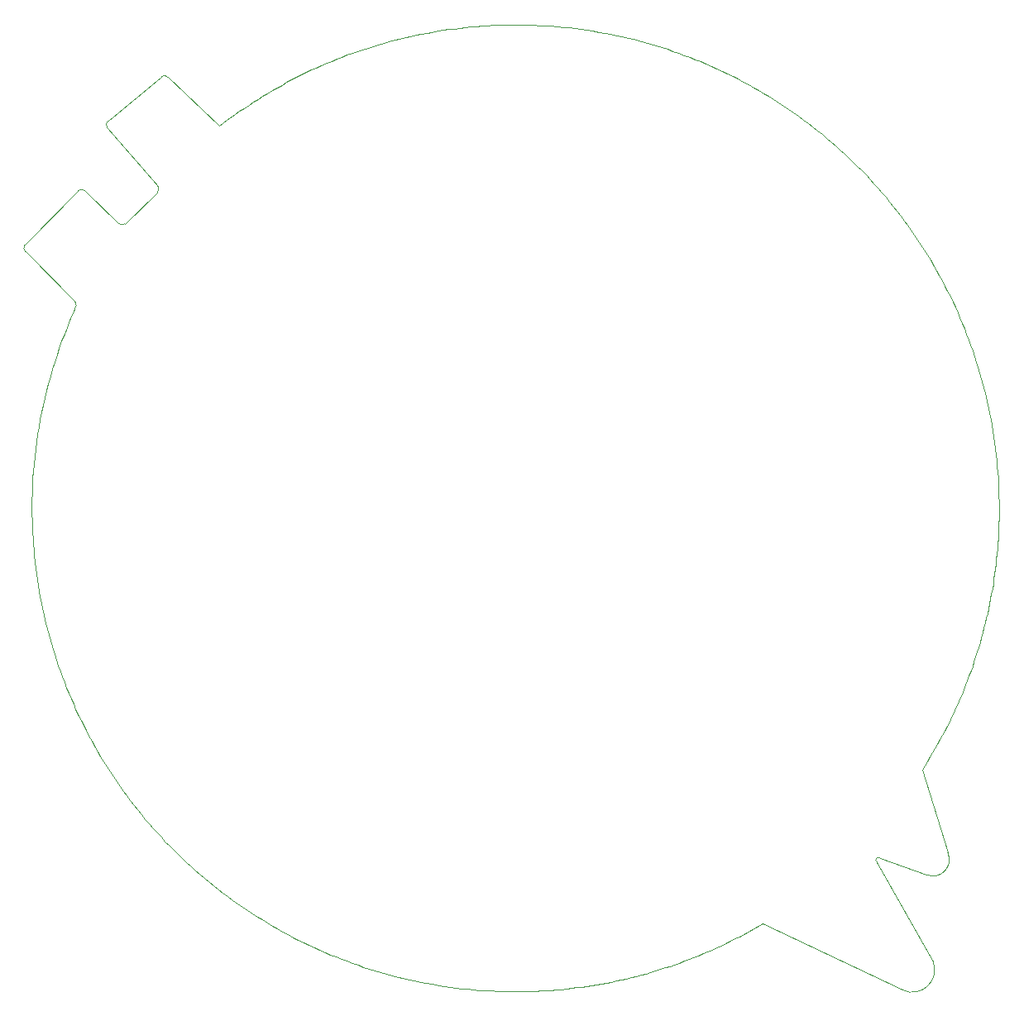
<source format=gbr>
%TF.GenerationSoftware,KiCad,Pcbnew,(6.0.7)*%
%TF.CreationDate,2022-10-15T16:11:04-05:00*%
%TF.ProjectId,Hackfest 2022 Badge,4861636b-6665-4737-9420-323032322042,Rev0*%
%TF.SameCoordinates,Original*%
%TF.FileFunction,Profile,NP*%
%FSLAX46Y46*%
G04 Gerber Fmt 4.6, Leading zero omitted, Abs format (unit mm)*
G04 Created by KiCad (PCBNEW (6.0.7)) date 2022-10-15 16:11:04*
%MOMM*%
%LPD*%
G01*
G04 APERTURE LIST*
%TA.AperFunction,Profile*%
%ADD10C,0.100000*%
%TD*%
G04 APERTURE END LIST*
D10*
X119652831Y-54879622D02*
X119164701Y-55167462D01*
X95235524Y-101947191D02*
X95292081Y-102554674D01*
X100325439Y-119898619D02*
X100600103Y-120436516D01*
X122138032Y-53526888D02*
X121635325Y-53785862D01*
X186167383Y-124462146D02*
X186444930Y-124026378D01*
X120638111Y-54321193D02*
X120144003Y-54597550D01*
X156027675Y-49510987D02*
X155437920Y-49374150D01*
X190730381Y-79840488D02*
X190509719Y-79278513D01*
X132709711Y-49599188D02*
X132161230Y-49737681D01*
X130733011Y-145194870D02*
X131314829Y-145359970D01*
X115100548Y-137449203D02*
X115591296Y-137807713D01*
X95084108Y-99504561D02*
X95110686Y-100116806D01*
X116584806Y-138505947D02*
X117087434Y-138845672D01*
X128429816Y-144463827D02*
X129002109Y-144656973D01*
X133260043Y-49466931D02*
X132709711Y-49599188D01*
X185733467Y-70199639D02*
X185393742Y-69697011D01*
X182450256Y-65821531D02*
X182054440Y-65356235D01*
X123663089Y-52785077D02*
X123152179Y-53026482D01*
X178672011Y-61802092D02*
X178224866Y-61381934D01*
X127310895Y-51261370D02*
X126782522Y-51461104D01*
X111783180Y-134764744D02*
X112244030Y-135166645D01*
X134365471Y-49221197D02*
X133811963Y-49340926D01*
X115837464Y-57340984D02*
X115040000Y-57890000D01*
X96728222Y-84882646D02*
X96537984Y-85616864D01*
X159523610Y-50481035D02*
X158946555Y-50301754D01*
X194034758Y-96433281D02*
X194015708Y-95819978D01*
X158946555Y-50301754D02*
X158367118Y-50129484D01*
X124176644Y-52549572D02*
X123663089Y-52785077D01*
X156385920Y-145726153D02*
X156887305Y-145599947D01*
X95634473Y-90077733D02*
X95523848Y-90829149D01*
X187760437Y-121809702D02*
X188009410Y-121358852D01*
X98942332Y-78422323D02*
X98652111Y-79125320D01*
X152460302Y-48797991D02*
X151859699Y-48704551D01*
X171506310Y-56145493D02*
X170995929Y-55818653D01*
X159370946Y-144891129D02*
X159862806Y-144733966D01*
X95196715Y-93852539D02*
X95143939Y-94612421D01*
X109116051Y-132226599D02*
X109548221Y-132663955D01*
X136040811Y-146425446D02*
X136639827Y-146526252D01*
X138846978Y-48491681D02*
X138282093Y-48560485D01*
X121775818Y-141612152D02*
X122313980Y-141886789D01*
X119656720Y-140447457D02*
X120181388Y-140748553D01*
X191327810Y-113851045D02*
X191493174Y-113365535D01*
X107855577Y-130885428D02*
X108269729Y-131337071D01*
X131069296Y-50033281D02*
X130526372Y-50190364D01*
X174968643Y-58611274D02*
X174486308Y-58240170D01*
X95053660Y-98277425D02*
X95065090Y-98891522D01*
X134848070Y-146202138D02*
X135443647Y-146317496D01*
X96537984Y-85616864D02*
X96359020Y-86354257D01*
X179551750Y-62660426D02*
X179114394Y-62228256D01*
X172012722Y-56478761D02*
X171506310Y-56145493D01*
X122855052Y-142154811D02*
X123399564Y-142415955D01*
X191653247Y-112877909D02*
X191808557Y-112388959D01*
X95261128Y-93094509D02*
X95196715Y-93852539D01*
X173999475Y-57875283D02*
X173508938Y-57516668D01*
X189181248Y-119070209D02*
X189400852Y-118605866D01*
X95523848Y-90829149D02*
X95424727Y-91582417D01*
X193507444Y-90352635D02*
X193414047Y-89752032D01*
X194015708Y-95819978D02*
X193988986Y-95207733D01*
X96261945Y-108550125D02*
X96398782Y-109139880D01*
X95073424Y-96135361D02*
X95055750Y-96898418D01*
X161328331Y-144231788D02*
X161813311Y-144054253D01*
X104404463Y-126621143D02*
X104763078Y-127111680D01*
X117719126Y-56065112D02*
X117243697Y-56375653D01*
X193079614Y-107415857D02*
X193178303Y-106911033D01*
X144550064Y-48162047D02*
X143976184Y-48165384D01*
X104763078Y-127111680D02*
X105127965Y-127598513D01*
X157387102Y-145468449D02*
X157885312Y-145331924D01*
X179114394Y-62228256D02*
X178672011Y-61802092D01*
X99052292Y-117161507D02*
X99293486Y-117714750D01*
X99470000Y-76520000D02*
X94416077Y-71395892D01*
X129985300Y-50353612D02*
X129446079Y-50522972D01*
X126782522Y-51461104D02*
X126256531Y-51666843D01*
X109019958Y-53550036D02*
G75*
G03*
X108320000Y-53480000I-386358J-328564D01*
G01*
X136639827Y-146526252D02*
X137240430Y-146619649D01*
X186600021Y-135199955D02*
G75*
G03*
X188790000Y-132925000I697879J1519755D01*
G01*
X97368830Y-112635815D02*
X97555097Y-113210489D01*
X155883213Y-145847332D02*
X156385920Y-145726153D01*
X175447009Y-58988649D02*
X174968643Y-58611274D01*
X118197783Y-55760207D02*
X117719126Y-56065112D01*
X192866360Y-108421537D02*
X192975633Y-107919359D01*
X187248469Y-122703992D02*
X187506967Y-122257905D01*
X193876273Y-101805375D02*
X193916754Y-101289967D01*
X180830479Y-63987389D02*
X180410321Y-63540323D01*
X98155541Y-114919696D02*
X98369483Y-115484051D01*
X189825772Y-117670830D02*
X190030824Y-117200137D01*
X126256531Y-51666843D02*
X125732922Y-51878589D01*
X154846047Y-49244480D02*
X154252059Y-49122002D01*
X145596490Y-147150932D02*
X146118777Y-147137174D01*
X151859699Y-48704551D02*
X151257773Y-48618432D01*
X192103567Y-111406033D02*
X192243531Y-110912322D01*
X95049842Y-97662269D02*
X95053660Y-98277425D01*
X181900065Y-133499932D02*
G75*
G03*
X181550000Y-133900000I-184365J-191868D01*
G01*
X97017279Y-111479323D02*
X97189549Y-112058760D01*
X153656747Y-49006744D02*
X153059318Y-48898734D01*
X194025233Y-99220663D02*
X194038992Y-98701816D01*
X125050827Y-143159698D02*
X125607245Y-143394118D01*
X160841498Y-144404296D02*
X161328331Y-144231788D01*
X193593169Y-104370507D02*
X193660373Y-103859333D01*
X95786529Y-106171523D02*
X95894539Y-106768952D01*
X117593872Y-139178782D02*
X118104094Y-139505806D01*
X123152179Y-53026482D02*
X122643650Y-53273762D01*
X188726959Y-119992546D02*
X188956352Y-119532436D01*
X98104609Y-80543220D02*
X97847408Y-81257859D01*
X191151333Y-80972109D02*
X190944429Y-80405108D01*
X192243531Y-110912322D02*
X192378469Y-110417022D01*
X102706448Y-124108134D02*
X103033288Y-124618515D01*
X95292081Y-102554674D02*
X95356068Y-103161098D01*
X100057417Y-119357282D02*
X100325439Y-119898619D01*
X100600103Y-120436516D02*
X100881355Y-120971503D01*
X141484341Y-147067059D02*
X142095528Y-147101191D01*
X185047932Y-69198272D02*
X184695508Y-68703501D01*
X190030824Y-117200137D02*
X190231113Y-116727327D01*
X157785564Y-49964225D02*
X157201630Y-49806055D01*
X97601266Y-81976202D02*
X97366264Y-82697984D01*
X158877234Y-145043264D02*
X159370946Y-144891129D01*
X174486308Y-58240170D02*
X173999475Y-57875283D01*
X103706175Y-125627634D02*
X104052144Y-126126373D01*
X161813311Y-144054253D02*
X162296175Y-143871426D01*
X98590278Y-116046025D02*
X98817872Y-116605089D01*
X167324311Y-53712308D02*
X166786414Y-53437644D01*
X95894539Y-106768952D02*
X96009797Y-107364264D01*
X125211693Y-52096314D02*
X124692846Y-52319966D01*
X162371846Y-51481688D02*
X161807491Y-51267746D01*
X121635325Y-53785862D02*
X121135263Y-54050630D01*
X149239004Y-146939530D02*
X149756264Y-146887672D01*
X191493174Y-113365535D02*
X191653247Y-112877909D01*
X192557062Y-85596756D02*
X192405985Y-85010704D01*
X139051236Y-146855922D02*
X139657660Y-146919951D01*
X192752325Y-108922393D02*
X192866360Y-108421537D01*
X135443647Y-146317496D02*
X136040811Y-146425446D01*
X96191364Y-87094031D02*
X96035049Y-87836451D01*
X137240430Y-146619649D02*
X137842621Y-146705639D01*
X108269729Y-131337071D02*
X108689887Y-131784216D01*
X190231113Y-116727327D02*
X190426375Y-116252665D01*
X188218695Y-74353301D02*
X187930829Y-73821754D01*
X192378469Y-110417022D02*
X192508114Y-109920135D01*
X193743717Y-92163441D02*
X193672280Y-91558340D01*
X176390776Y-59761892D02*
X175921142Y-59372188D01*
X120181388Y-140748553D02*
X120709549Y-141043034D01*
X151257773Y-48618432D02*
X150653994Y-48539665D01*
X119164701Y-55167462D02*
X118679668Y-55460990D01*
X133811963Y-49340926D02*
X133260043Y-49466931D01*
X192632733Y-109421926D02*
X192752325Y-108922393D01*
X131614337Y-49882390D02*
X131069296Y-50033281D01*
X165153672Y-142670219D02*
X165622513Y-142452732D01*
X162777452Y-143683837D02*
X163256612Y-143491220D01*
X162933820Y-51702483D02*
X162371846Y-51481688D01*
X132484551Y-145669267D02*
X133072454Y-145813200D01*
X188253355Y-120905886D02*
X188492538Y-120450274D01*
X147161763Y-147093253D02*
X147682198Y-147062826D01*
X184695508Y-68703501D02*
X184336998Y-68212753D01*
X116086067Y-138160137D02*
X116584806Y-138505947D01*
X190801819Y-115297520D02*
X190982264Y-114817302D01*
X189806457Y-77609789D02*
X189558543Y-77059191D01*
X184167099Y-147014301D02*
G75*
G03*
X187300000Y-144100000I1014501J2050501D01*
G01*
X181550000Y-133900000D02*
X187300000Y-144100000D01*
X124497584Y-142918662D02*
X125050827Y-143159698D01*
X107045557Y-129968383D02*
X107447537Y-130429022D01*
X142095528Y-147101191D02*
X142707773Y-147127913D01*
X193830236Y-102320253D02*
X193876273Y-101805375D01*
X95506227Y-104369978D02*
X95592346Y-104971904D01*
X96359020Y-86354257D02*
X96191364Y-87094031D01*
X189042606Y-75967257D02*
X188774584Y-75426185D01*
X95890108Y-88581252D02*
X95756570Y-89328434D01*
X95055750Y-96898418D02*
X95049842Y-97662269D01*
X192082665Y-83845216D02*
X191910421Y-83266044D01*
X191351622Y-81542021D02*
X191151333Y-80972109D01*
X122643650Y-53273762D02*
X122138032Y-53526888D01*
X128374254Y-50880026D02*
X127841383Y-51067669D01*
X193778907Y-102834073D02*
X193830236Y-102320253D01*
X129446079Y-50522972D02*
X128909240Y-50698443D01*
X101463649Y-122030893D02*
X101764612Y-122555561D01*
X190616611Y-115776151D02*
X190801819Y-115297520D01*
X182839987Y-66291219D02*
X182450256Y-65821531D01*
X193981842Y-100256506D02*
X194006448Y-99738981D01*
X96035049Y-87836451D02*
X95890108Y-88581252D01*
X102386038Y-123594314D02*
X102706448Y-124108134D01*
X164209111Y-143090641D02*
X164682450Y-142882944D01*
X152839979Y-146463016D02*
X153350360Y-146373587D01*
X147682198Y-147062826D02*
X148201839Y-147027107D01*
X131898499Y-145518190D02*
X132484551Y-145669267D01*
X111326880Y-134356757D02*
X111783180Y-134764744D01*
X96132275Y-107958252D02*
X96261945Y-108550125D01*
X166553845Y-142002676D02*
X167016072Y-141770108D01*
X106259983Y-129033347D02*
X106649687Y-129502981D01*
X166089237Y-142229953D02*
X166553845Y-142002676D01*
X191544768Y-82114314D02*
X191351622Y-81542021D01*
X100529958Y-65210036D02*
G75*
G03*
X99830000Y-65140000I-386358J-328564D01*
G01*
X192967431Y-87366551D02*
X192837785Y-86774679D01*
X132161230Y-49737681D02*
X131614337Y-49882390D01*
X120709549Y-141043034D02*
X121241096Y-141330900D01*
X194046135Y-97047379D02*
X194034758Y-96433281D01*
X96398782Y-109139880D02*
X96542757Y-109728048D01*
X95102830Y-95373362D02*
X95073424Y-96135361D01*
X102072084Y-123076790D02*
X102386038Y-123594314D01*
X141687276Y-48244904D02*
X141117100Y-48281226D01*
X129002109Y-144656973D02*
X129576783Y-144843239D01*
X190281913Y-78719450D02*
X190047493Y-78163032D01*
X140874213Y-147025520D02*
X141484341Y-147067059D01*
X157201630Y-49806055D02*
X156615843Y-49654962D01*
X137156293Y-48717383D02*
X136595377Y-48805434D01*
X95756570Y-89328434D02*
X95634473Y-90077733D01*
X149756264Y-146887672D02*
X150272730Y-146830258D01*
X186393601Y-71216299D02*
X186066577Y-70706077D01*
X167476181Y-141532777D02*
X169832900Y-140185700D01*
X193520674Y-104880887D02*
X193593169Y-104370507D01*
X125732922Y-51878589D02*
X125211693Y-52096314D01*
X118104094Y-139505806D02*
X118618020Y-139826216D01*
X191958576Y-111898158D02*
X192103567Y-111406033D01*
X103880042Y-68489964D02*
G75*
G03*
X104580000Y-68560000I386358J328564D01*
G01*
X96693850Y-110313835D02*
X96852020Y-110897769D01*
X145779317Y-48177295D02*
X145165220Y-48165865D01*
X153859417Y-146278867D02*
X154367417Y-146178854D01*
X193313241Y-89153016D02*
X193205291Y-88555852D01*
X97847408Y-81257859D02*
X97601266Y-81976202D01*
X162296175Y-143871426D02*
X162777452Y-143683837D01*
X183223632Y-66765246D02*
X182839987Y-66291219D01*
X95186420Y-101338121D02*
X95235524Y-101947191D01*
X127859904Y-144263538D02*
X128429816Y-144463827D01*
X147615788Y-48257003D02*
X147004601Y-48222891D01*
X163492884Y-51930077D02*
X162933820Y-51702483D01*
X99420000Y-77300000D02*
X98942332Y-78422323D01*
X163256612Y-143491220D02*
X163733919Y-143293312D01*
X95065090Y-98891522D02*
X95084108Y-99504561D01*
X112244030Y-135166645D02*
X112709326Y-135562461D01*
X183972138Y-67726079D02*
X183600928Y-67243559D01*
X166786414Y-53437644D02*
X166245077Y-53169622D01*
X188009410Y-121358852D02*
X188253355Y-120905886D01*
X97142400Y-83422942D02*
X96929702Y-84151339D01*
X103366556Y-125124927D02*
X103706175Y-125627634D01*
X107447537Y-130429022D02*
X107855577Y-130885428D01*
X127841383Y-51067669D02*
X127310895Y-51261370D01*
X154367417Y-146178854D02*
X154874093Y-146073550D01*
X126728283Y-143842586D02*
X127292903Y-144056634D01*
X193864367Y-93377612D02*
X193807746Y-92769865D01*
X185393742Y-69697011D02*
X185047932Y-69198272D01*
X194038992Y-98701816D02*
X194047194Y-98182175D01*
X184336998Y-68212753D02*
X183972138Y-67726079D01*
X143976184Y-48165384D02*
X143402833Y-48175358D01*
X180410321Y-63540323D02*
X179984078Y-63097993D01*
X192975633Y-107919359D02*
X193079614Y-107415857D01*
X149442469Y-48404286D02*
X148834986Y-48347729D01*
X99419998Y-77299998D02*
G75*
G03*
X99470000Y-76520000I-410198J417898D01*
G01*
X114613874Y-137084343D02*
X115100548Y-137449203D01*
X95685786Y-105572507D02*
X95786529Y-106171523D01*
X105127965Y-127598513D02*
X105499069Y-128080848D01*
X101169221Y-121502785D02*
X101463649Y-122030893D01*
X189558543Y-77059191D02*
X189303750Y-76511769D01*
X109020000Y-53550000D02*
X114220000Y-58540000D01*
X156615843Y-49654962D02*
X156027675Y-49510987D01*
X194047194Y-98182175D02*
X194049840Y-97662269D01*
X107940000Y-64670000D02*
X102780000Y-58720000D01*
X143402833Y-48175358D02*
X142830010Y-48191950D01*
X95144798Y-100727993D02*
X95186420Y-101338121D01*
X194006448Y-99738981D02*
X194025233Y-99220663D01*
X128909240Y-50698443D02*
X128374254Y-50880026D01*
X154874093Y-146073550D02*
X155379447Y-145962954D01*
X159862806Y-144733966D02*
X160353078Y-144571777D01*
X181900000Y-133500000D02*
X186600000Y-135200000D01*
X105876444Y-128559214D02*
X106259983Y-129033347D01*
X193178303Y-106911033D02*
X193271701Y-106405150D01*
X191731034Y-82688988D02*
X191544768Y-82114314D01*
X127292903Y-144056634D02*
X127859904Y-144263538D01*
X102850036Y-58020042D02*
G75*
G03*
X102780000Y-58720000I328564J-386358D01*
G01*
X167016072Y-141770108D02*
X167476181Y-141532777D01*
X192837785Y-86774679D02*
X192700995Y-86184659D01*
X146392356Y-48196313D02*
X145779317Y-48177295D01*
X190047493Y-78163032D02*
X189806457Y-77609789D01*
X114220000Y-58540000D02*
X115040000Y-57890000D01*
X144550064Y-48162047D02*
X144550064Y-48162047D01*
X191910421Y-83266044D02*
X191731034Y-82688988D01*
X193916754Y-101289967D02*
X193951944Y-100773501D01*
X193360072Y-105898209D02*
X193442886Y-105389945D01*
X104052144Y-126126373D02*
X104404463Y-126621143D01*
X167859298Y-53993560D02*
X167324311Y-53712308D01*
X145073674Y-147159399D02*
X145596490Y-147150932D01*
X120144003Y-54597550D02*
X119652831Y-54879622D01*
X187506967Y-122257905D02*
X187760437Y-121809702D01*
X192405985Y-85010704D02*
X192247765Y-84427034D01*
X97555097Y-113210489D02*
X97748322Y-113782783D01*
X142258247Y-48215138D02*
X141687276Y-48244904D01*
X97748322Y-113782783D02*
X97948479Y-114352430D01*
X151302752Y-146699289D02*
X151816307Y-146625999D01*
X193951944Y-100773501D02*
X193981842Y-100256506D01*
X146118777Y-147137174D02*
X146640535Y-147117859D01*
X187930829Y-73821754D02*
X187636348Y-73293593D01*
X169443356Y-54876817D02*
X168918688Y-54575854D01*
X95427460Y-103766199D02*
X95506227Y-104369978D01*
X114131354Y-136713133D02*
X114613874Y-137084343D01*
X97948479Y-114352430D02*
X98155541Y-114919696D01*
X192508114Y-109920135D02*
X192632733Y-109421926D01*
X118679668Y-55460990D02*
X118197783Y-55760207D01*
X99293486Y-117714750D02*
X99541427Y-118265348D01*
X121135263Y-54050630D02*
X120638111Y-54321193D01*
X151816307Y-146625999D02*
X152328805Y-146547154D01*
X160098284Y-50667302D02*
X159523610Y-50481035D01*
X172515429Y-56818380D02*
X172012722Y-56478761D01*
X189615958Y-118139406D02*
X189825772Y-117670830D01*
X95110686Y-100116806D02*
X95144798Y-100727993D01*
X187636348Y-73293593D02*
X187335252Y-72768925D01*
X194049840Y-97662269D02*
X194046135Y-97047379D01*
X143935174Y-147158340D02*
X144550064Y-147162045D01*
X153350360Y-146373587D02*
X153859417Y-146278867D01*
X164049302Y-52164497D02*
X163492884Y-51930077D01*
X155379447Y-145962954D02*
X155883213Y-145847332D01*
X142830010Y-48191950D02*
X142258247Y-48215138D01*
X143321076Y-147146963D02*
X143935174Y-147158340D01*
X193988986Y-95207733D02*
X193954854Y-94596546D01*
X190944429Y-80405108D02*
X190730381Y-79840488D01*
X126166308Y-143621924D02*
X126728283Y-143842586D01*
X95143939Y-94612421D02*
X95102830Y-95373362D01*
X116771575Y-56691830D02*
X116302813Y-57013616D01*
X124692846Y-52319966D02*
X124176644Y-52549572D01*
X188499947Y-74888023D02*
X188218695Y-74353301D01*
X193660373Y-103859333D02*
X193722286Y-103347364D01*
X193722286Y-103347364D02*
X193778907Y-102834073D01*
X190426375Y-116252665D02*
X190616611Y-115776151D01*
X102850000Y-58020000D02*
X108320000Y-53480000D01*
X161807491Y-51267746D02*
X161240225Y-51060684D01*
X139657660Y-146919951D02*
X140265407Y-146976572D01*
X139412921Y-48429334D02*
X138846978Y-48491681D01*
X96929702Y-84151339D02*
X96728222Y-84882646D01*
X164602545Y-52405691D02*
X164049302Y-52164497D01*
X99796062Y-118812770D02*
X100057417Y-119357282D01*
X193442886Y-105389945D02*
X193520674Y-104880887D01*
X164682450Y-142882944D02*
X165153672Y-142670219D01*
X94346045Y-70695867D02*
G75*
G03*
X94416077Y-71395892I398655J-313633D01*
G01*
X96542757Y-109728048D02*
X96693850Y-110313835D01*
X95356068Y-103161098D02*
X95427460Y-103766199D01*
X117087434Y-138845672D02*
X117593872Y-139178782D01*
X98652111Y-79125320D02*
X98372843Y-79832550D01*
X138446135Y-146784485D02*
X139051236Y-146855922D01*
X192247765Y-84427034D02*
X192082665Y-83845216D01*
X98817872Y-116605089D02*
X99052292Y-117161507D01*
X179984078Y-63097993D02*
X179551750Y-62660426D01*
X193205291Y-88555852D02*
X193089933Y-87960275D01*
X95337142Y-92337537D02*
X95261128Y-93094509D01*
X173014168Y-57164349D02*
X172515429Y-56818380D01*
X186717451Y-123588228D02*
X186985474Y-123147169D01*
X160670578Y-50860527D02*
X160098284Y-50667302D01*
X193089933Y-87960275D02*
X192967431Y-87366551D01*
X113653041Y-136335837D02*
X114131354Y-136713133D01*
X107869964Y-65369958D02*
G75*
G03*
X107940000Y-64670000I-328564J386358D01*
G01*
X129576783Y-144843239D02*
X130153839Y-145022626D01*
X144550064Y-48162047D02*
X144550064Y-48162047D01*
X193271701Y-106405150D02*
X193360072Y-105898209D01*
X137718531Y-48635725D02*
X137156293Y-48717383D01*
X163733919Y-143293312D02*
X164209111Y-143090641D01*
X96009797Y-107364264D02*
X96132275Y-107958252D01*
X101764612Y-122555561D02*
X102072084Y-123076790D01*
X133662474Y-145949990D02*
X134254346Y-146079636D01*
X170482109Y-55498243D02*
X169964585Y-55184289D01*
X158382199Y-145190108D02*
X158877234Y-145043264D01*
X138282093Y-48560485D02*
X137718531Y-48635725D01*
X193807746Y-92769865D02*
X193743717Y-92163441D01*
X188492538Y-120450274D02*
X188726959Y-119992546D01*
X97189549Y-112058760D02*
X97368830Y-112635815D01*
X140547982Y-48324086D02*
X139979922Y-48373462D01*
X186714011Y-71730225D02*
X186393601Y-71216299D01*
X104580000Y-68560000D02*
X107870000Y-65370000D01*
X188774584Y-75426185D02*
X188499947Y-74888023D01*
X191157418Y-114334967D02*
X191327810Y-113851045D01*
X189400852Y-118605866D02*
X189615958Y-118139406D01*
X182054440Y-65356235D02*
X181652539Y-64895385D01*
X170995929Y-55818653D02*
X170482109Y-55498243D01*
X189303750Y-76511769D02*
X189042606Y-75967257D01*
X113179014Y-135952192D02*
X113653041Y-136335837D01*
X123399564Y-142415955D02*
X123946986Y-142670748D01*
X98372843Y-79832550D02*
X98104609Y-80543220D01*
X175921142Y-59372188D02*
X175447009Y-58988649D01*
X145165220Y-48165865D02*
X144550064Y-48162047D01*
X110875184Y-133942684D02*
X111326880Y-134356757D01*
X169964585Y-55184289D02*
X169443356Y-54876817D01*
X157885312Y-145331924D02*
X158382199Y-145190108D01*
X168918688Y-54575854D02*
X168390580Y-54281426D01*
X109985788Y-133096283D02*
X110428118Y-133522526D01*
X105499069Y-128080848D02*
X105876444Y-128559214D01*
X148225916Y-48298625D02*
X147615788Y-48257003D01*
X156887305Y-145599947D02*
X157387102Y-145468449D01*
X188790000Y-132925000D02*
X186167383Y-124462146D01*
X153059318Y-48898734D02*
X152460302Y-48797991D01*
X193672280Y-91558340D02*
X193593434Y-90954826D01*
X158367118Y-50129484D02*
X157785564Y-49964225D01*
X193913315Y-93986418D02*
X193864367Y-93377612D01*
X109548221Y-132663955D02*
X109985788Y-133096283D01*
X134254346Y-146079636D02*
X134848070Y-146202138D01*
X160353078Y-144571777D02*
X160841498Y-144404296D01*
X136035784Y-48899861D02*
X135477513Y-49000646D01*
X144550064Y-147162045D02*
X145073674Y-147159399D01*
X134920831Y-49107762D02*
X134365471Y-49221197D01*
X140265407Y-146976572D02*
X140874213Y-147025520D01*
X148834986Y-48347729D02*
X148225916Y-48298625D01*
X148720951Y-146986097D02*
X149239004Y-146939530D01*
X121241096Y-141330900D02*
X121775818Y-141612152D01*
X119135597Y-140140012D02*
X119656720Y-140447457D01*
X110428118Y-133522526D02*
X110875184Y-133942684D01*
X161240225Y-51060684D02*
X160670578Y-50860527D01*
X98369483Y-115484051D02*
X98590278Y-116046025D01*
X136595377Y-48805434D02*
X136035784Y-48899861D01*
X176856178Y-60157762D02*
X176390776Y-59761892D01*
X183600928Y-67243559D02*
X183223632Y-66765246D01*
X188956352Y-119532436D02*
X189181248Y-119070209D01*
X187027807Y-72247802D02*
X186714011Y-71730225D01*
X154252059Y-49122002D02*
X153656747Y-49006744D01*
X116302813Y-57013616D02*
X115837464Y-57340984D01*
X139979922Y-48373462D02*
X139412921Y-48429334D01*
X150653994Y-48539665D02*
X150048893Y-48468273D01*
X155437920Y-49374150D02*
X154846047Y-49244480D01*
X186444930Y-124026378D02*
X186717451Y-123588228D01*
X125607245Y-143394118D02*
X126166308Y-143621924D01*
X192700995Y-86184659D02*
X192557062Y-85596756D01*
X135477513Y-49000646D02*
X134920831Y-49107762D01*
X150788138Y-146767551D02*
X151302752Y-146699289D01*
X100530000Y-65210000D02*
X103880000Y-68490000D01*
X169832900Y-140185700D02*
X184167100Y-147014300D01*
X187335252Y-72768925D02*
X187027807Y-72247802D01*
X142707773Y-147127913D02*
X143321076Y-147146963D01*
X173508938Y-57516668D02*
X173014168Y-57164349D01*
X106649687Y-129502981D02*
X107045557Y-129968383D01*
X118618020Y-139826216D02*
X119135597Y-140140012D01*
X177773223Y-60967782D02*
X177316817Y-60559742D01*
X133072454Y-145813200D02*
X133662474Y-145949990D01*
X168390580Y-54281426D02*
X167859298Y-53993560D01*
X165153143Y-52653632D02*
X164602545Y-52405691D01*
X190982264Y-114817302D02*
X191157418Y-114334967D01*
X147004601Y-48222891D02*
X146392356Y-48196313D01*
X97366264Y-82697984D02*
X97142400Y-83422942D01*
X131314829Y-145359970D02*
X131898499Y-145518190D01*
X193954854Y-94596546D02*
X193913315Y-93986418D01*
X181244552Y-64439085D02*
X180830479Y-63987389D01*
X150272730Y-146830258D02*
X150788138Y-146767551D01*
X146640535Y-147117859D02*
X147161763Y-147093253D01*
X130153839Y-145022626D02*
X130733011Y-145194870D01*
X166245077Y-53169622D02*
X165700565Y-52908267D01*
X186066577Y-70706077D02*
X185733467Y-70199639D01*
X190509719Y-79278513D02*
X190281913Y-78719450D01*
X193593434Y-90954826D02*
X193507444Y-90352635D01*
X193414047Y-89752032D02*
X193313241Y-89153016D01*
X117243697Y-56375653D02*
X116771575Y-56691830D01*
X152328805Y-146547154D02*
X152839979Y-146463016D01*
X178224866Y-61381934D02*
X177773223Y-60967782D01*
X186985474Y-123147169D02*
X187248469Y-122703992D01*
X94346077Y-70695892D02*
X99830000Y-65140000D01*
X112709326Y-135562461D02*
X113179014Y-135952192D01*
X148201839Y-147027107D02*
X148720951Y-146986097D01*
X96852020Y-110897769D02*
X97017279Y-111479323D01*
X191808557Y-112388959D02*
X191958576Y-111898158D01*
X95592346Y-104971904D02*
X95685786Y-105572507D01*
X122313980Y-141886789D02*
X122855052Y-142154811D01*
X141117100Y-48281226D02*
X140547982Y-48324086D01*
X123946986Y-142670748D02*
X124497584Y-142918662D01*
X103033288Y-124618515D02*
X103366556Y-125124927D01*
X99541427Y-118265348D02*
X99796062Y-118812770D01*
X100881355Y-120971503D02*
X101169221Y-121502785D01*
X165622513Y-142452732D02*
X166089237Y-142229953D01*
X177316817Y-60559742D02*
X176856178Y-60157762D01*
X137842621Y-146705639D02*
X138446135Y-146784485D01*
X181652539Y-64895385D02*
X181244552Y-64439085D01*
X130526372Y-50190364D02*
X129985300Y-50353612D01*
X115591296Y-137807713D02*
X116086067Y-138160137D01*
X108689887Y-131784216D02*
X109116051Y-132226599D01*
X95424727Y-91582417D02*
X95337142Y-92337537D01*
X150048893Y-48468273D02*
X149442469Y-48404286D01*
X165700565Y-52908267D02*
X165153143Y-52653632D01*
M02*

</source>
